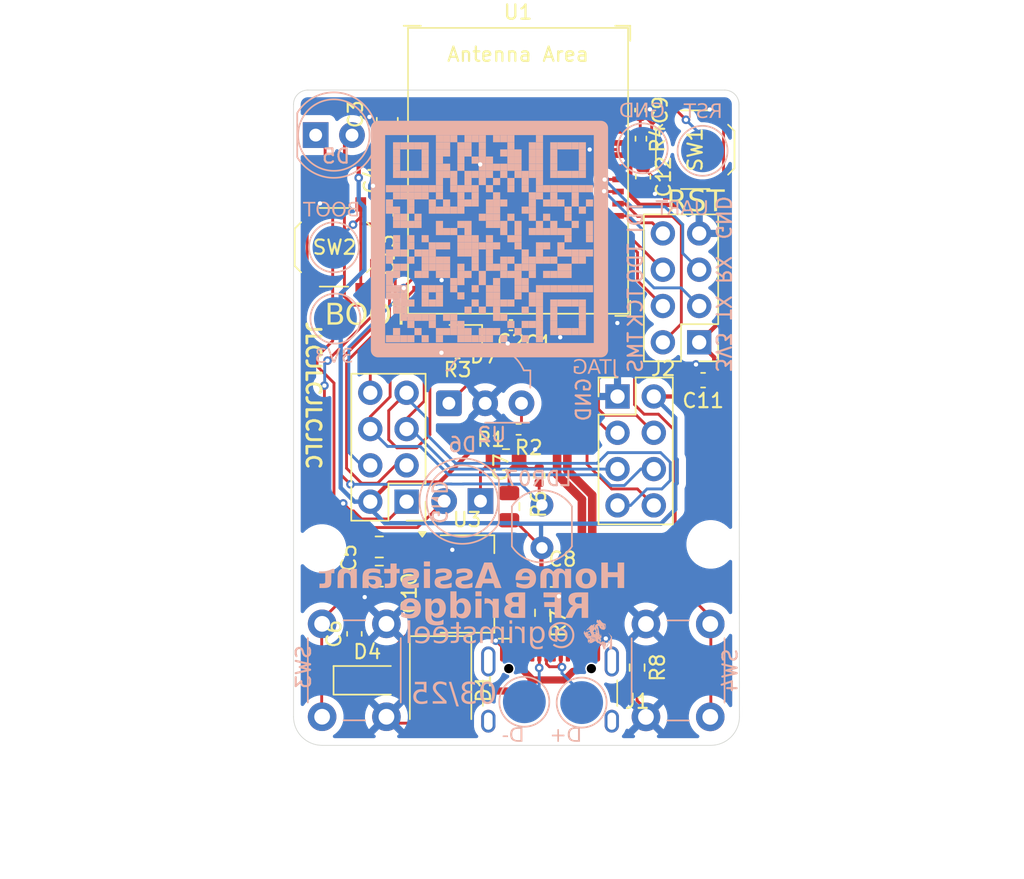
<source format=kicad_pcb>
(kicad_pcb (version 20241229) (generator "pcbnew") (generator_version "9.0")
  (layers (0 "F.Cu" signal) (2 "B.Cu" signal) (13 "F.Paste" user) (15 "B.Paste" user) (5 "F.SilkS" user "F.Silkscreen") (7 "B.SilkS" user "B.Silkscreen") (1 "F.Mask" user) (3 "B.Mask" user) (25 "Edge.Cuts" user))
  (net 0 "")
  (net 1 "D+")
  (net 2 "GND")
  (net 3 "D-")
  (net 4 "+3.3V")
  (net 5 "+5V")
  (net 6 "RST")
  (net 7 "VBUS")
  (net 8 "IR LED")
  (net 9 "Net-(D5-K)")
  (net 10 "Net-(D6-K)")
  (net 11 "LED")
  (net 12 "Net-(D7-K)")
  (net 18 "Net-(J1-CC1)")
  (net 20 "Net-(J1-CC2)")
  (net 21 "TDI")
  (net 22 "TDO")
  (net 23 "TCK")
  (net 24 "TMS")
  (net 25 "Net-(U2-Vs)")
  (net 26 "BOOT")
  (net 27 "BTN1")
  (net 28 "BTN2")
  (net 31 "CC1101_0_0")
  (net 32 "CC1101_0_2")
  (net 33 "IR RECEIVER")
  (net 36 "RX")
  (net 37 "CC1101_1_0")
  (net 39 "CS1")
  (net 40 "MISO")
  (net 41 "CC1101_1_2")
  (net 42 "CS0")
  (net 44 "TX")
  (net 45 "MOSI")
  (net 47 "SCK")
  (net 54 "LDR")
  (net 55 "BUZ")
  (footprint "Resistor_SMD:R_0402_1005Metric" (layer "F.Cu") (at 104.03 44.68 90)
    (property "Reference" "R6")
    (property "Value" "10K")
  )
  (footprint "Package_TO_SOT_SMD:SOT-223-3_TabPin2" (layer "F.Cu") (at 98.98 52.26)
    (property "Reference" "U3")
    (property "Value" "AMS1117-3.3")
  )
  (footprint "Capacitor_SMD:C_0603_1608Metric" (layer "F.Cu") (at 115.5 38 180)
    (property "Reference" "C11")
    (property "Value" "0.1 uF")
  )
  (footprint "Capacitor_SMD:C_0805_2012Metric" (layer "F.Cu") (at 93.4 19.9 90)
    (property "Reference" "C3")
    (property "Value" "10 uF")
  )
  (footprint "Capacitor_SMD:C_0603_1608Metric" (layer "F.Cu") (at 91.1 55.75 90)
    (property "Reference" "C6")
    (property "Value" "0.1 uF")
  )
  (footprint "Button_Switch_SMD:SW_Push_1P1T_XKB_TS-1187A" (layer "F.Cu") (at 89.67 28.7 -90)
    (property "Reference" "SW2")
    (property "Value" "SW_Push")
  )
  (footprint "PCM_Espressif:ESP32-S2-MINI-1" (layer "F.Cu") (at 102.55 25.65)
    (property "Reference" "U1")
    (property "Value" "ESP32-S2-MINI-1")
  )
  (footprint "Capacitor_SMD:C_0805_2012Metric" (layer "F.Cu") (at 101.91 46.85 90)
    (property "Reference" "C7")
    (property "Value" "10 uF")
  )
  (footprint "Button_Switch_SMD:SW_Push_1P1T_XKB_TS-1187A" (layer "F.Cu") (at 114.945 21.87 90)
    (property "Reference" "SW1")
    (property "Value" "SW_Push")
  )
  (footprint "cc1101:CC1101_E07-MM1101D-TH" (layer "F.Cu") (at 116.91 42.94 90)
    (property "Reference" "U4")
    (property "Value" "CC1101_E07-M1101D")
  )
  (footprint "Capacitor_SMD:C_0603_1608Metric" (layer "F.Cu") (at 104.96 51.96)
    (property "Reference" "C8")
    (property "Value" "0.1 uF")
  )
  (footprint "Capacitor_SMD:C_0402_1005Metric" (layer "F.Cu") (at 102.05 34.15 180)
    (property "Reference" "C2")
    (property "Value" "22 pF")
  )
  (footprint "Connector_USB:USB_C_Receptacle_HCTL_HC-TYPE-C-16P-01A" (layer "F.Cu") (at 104.79 60.785)
    (property "Reference" "J1")
    (property "Value" "USB_C_Receptacle_USB2.0_16P")
  )
  (footprint "Diode_SMD:D_SMB" (layer "F.Cu") (at 97.13 59.57 -90)
    (property "Reference" "D1")
    (property "Value" "P6SMB6.8CA/TR13")
  )
  (footprint "Connector_PinHeader_2.54mm:PinHeader_2x04_P2.54mm_Vertical" (layer "F.Cu") (at 115.225 35.35 180)
    (property "Reference" "J2")
    (property "Value" "Conn_02x04_Odd_Even")
  )
  (footprint "Capacitor_SMD:C_0402_1005Metric" (layer "F.Cu") (at 111.1 19.1 90)
    (property "Reference" "C9")
    (property "Value" "1 uF")
  )
  (footprint "Resistor_SMD:R_0402_1005Metric" (layer "F.Cu") (at 98.32 36.1 180)
    (property "Reference" "R3")
    (property "Value" "330")
  )
  (footprint "Capacitor_SMD:C_0805_2012Metric" (layer "F.Cu") (at 92.84 49.67 180)
    (property "Reference" "C5")
    (property "Value" "10 uF")
  )
  (footprint "Capacitor_SMD:C_0603_1608Metric" (layer "F.Cu") (at 111.3 23.76 -90)
    (property "Reference" "C12")
    (property "Value" "0.1 uF")
  )
  (footprint "Capacitor_SMD:C_0805_2012Metric" (layer "F.Cu") (at 92.84 51.71 180)
    (property "Reference" "C10")
    (property "Value" "10 uF")
  )
  (footprint "LED_SMD:LED_0603_1608Metric" (layer "F.Cu") (at 98.55 34.87 180)
    (property "Reference" "D7")
    (property "Value" "LED")
  )
  (footprint "Capacitor_SMD:C_0402_1005Metric" (layer "F.Cu") (at 104 34.15)
    (property "Reference" "C1")
    (property "Value" "22 pF")
  )
  (footprint "Resistor_SMD:R_0402_1005Metric" (layer "F.Cu") (at 111.15 21.1 -90)
    (property "Reference" "R4")
    (property "Value" "10K")
  )
  (footprint "Resistor_SMD:R_0603_1608Metric" (layer "F.Cu") (at 104.26 54.28 90)
    (property "Reference" "R7")
    (property "Value" "5.1K")
  )
  (footprint "Resistor_SMD:R_0402_1005Metric" (layer "F.Cu") (at 102.59 41.44 180)
    (property "Reference" "R2")
    (property "Value" "220")
  )
  (footprint "Resistor_SMD:R_0805_2012Metric" (layer "F.Cu") (at 101.71 43.56)
    (property "Reference" "R1")
    (property "Value" "47")
  )
  (footprint "Capacitor_SMD:C_0603_1608Metric" (layer "F.Cu") (at 93.4 23.2 -90)
    (property "Reference" "C4")
    (property "Value" "0.1 uF")
  )
  (footprint "Capacitor_SMD:C_0603_1608Metric" (layer "F.Cu") (at 93.31 26.37 90)
    (property "Reference" "C13")
    (property "Value" "0.1 uF")
  )
  (footprint "Resistor_SMD:R_0603_1608Metric" (layer "F.Cu") (at 110.88 58.11 -90)
    (property "Reference" "R8")
    (property "Value" "5.1K")
  )
  (footprint "cc1101:CC1101_E07-MM1101D-TH" (layer "F.Cu") (at 87.35 42.7 -90)
    (property "Reference" "U5")
    (property "Value" "CC1101_E07-M1101D")
  )
  (footprint "Diode_SMD:D_SOD-123" (layer "F.Cu") (at 92 59)
    (property "Reference" "D4")
    (property "Value" "1N5819WS")
  )
  (footprint "cc1101:qrcode" (layer "B.Cu") (at 100.55 28.1 180)
    (property "Reference" "QR*****" (hide yes))
    (property "Value" "qrcode" (hide yes))
  )
  (footprint "LED_THT:LED_D5.0mm_IRGrey" (layer "B.Cu") (at 88.39 20.85)
    (property "Reference" "D5")
    (property "Value" "LD271")
  )
  (footprint "TestPoint:TestPoint_Pad_D3.0mm" (layer "B.Cu") (at 115.46 21.95)
    (property "Reference" "TP3" (hide yes))
    (property "Value" "EN")
  )
  (footprint "TestPoint:TestPoint_Pad_D3.0mm" (layer "B.Cu") (at 89.77 33.69)
    (property "Reference" "TP1" (hide yes))
    (property "Value" "3V3")
  )
  (footprint "TestPoint:TestPoint_Pad_D3.0mm" (layer "B.Cu") (at 102.99 60.5 -90)
    (property "Reference" "TP6" (hide yes))
    (property "Value" "D-")
  )
  (footprint "TestPoint:TestPoint_Pad_D3.0mm" (layer "B.Cu") (at 107 60.56 -90)
    (property "Reference" "TP5" (hide yes))
    (property "Value" "D+")
  )
  (footprint "OptoDevice:R_LDR_5.0x4.1mm_P3mm_Vertical" (layer "B.Cu") (at 104.22 49.73 90)
    (property "Reference" "LDR07")
    (property "Value" "~")
  )
  (footprint "TestPoint:TestPoint_Pad_D3.0mm" (layer "B.Cu") (at 111.27 21.78)
    (property "Reference" "TP2" (hide yes))
    (property "Value" "GND")
  )
  (footprint "LED_THT:LED_D5.0mm_IRGrey" (layer "B.Cu") (at 99.92 46.46 180)
    (property "Reference" "D6")
    (property "Value" "LD271")
  )
  (footprint "Button_Switch_THT:SW_PUSH_6mm" (layer "B.Cu") (at 88.84 55.05 -90)
    (property "Reference" "SW3")
    (property "Value" "SW_Push")
  )
  (footprint "MountingHole:MountingHole_3.2mm_M3" (layer "B.Cu") (at 116.03 49.49)
    (property "Reference" "REF**" (hide yes))
    (property "Value" "MountingHole_3.2mm_M3")
  )
  (footprint "TestPoint:TestPoint_Pad_D3.0mm" (layer "B.Cu") (at 89.67 28.7)
    (property "Reference" "TP4" (hide yes))
    (property "Value" "BOOT")
  )
  (footprint "OptoDevice:Vishay_MOLD-3Pin" (layer "B.Cu") (at 97.71 39.615)
    (property "Reference" "U2")
    (property "Value" "TSOP41xx")
  )
  (footprint "LOGO" (layer "B.Cu") (at 108.04 55.72 180)
    (property "Reference" "G***" (hide yes))
    (property "Value" "LOGO" (hide yes))
  )
  (footprint "MountingHole:MountingHole_3.2mm_M3" (layer "B.Cu") (at 88.83 49.78)
    (property "Reference" "REF**" (hide yes))
    (property "Value" "MountingHole_3.2mm_M3")
  )
  (footprint "Button_Switch_THT:SW_PUSH_6mm" (layer "B.Cu") (at 116 61.56 90)
    (property "Reference" "SW4")
    (property "Value" "SW_Push")
  )
  (gr_rect (start 92.75 20.35) (end 108.35 35.9) (stroke (width 1)) (fill no) (layer "B.SilkS"))
  (gr_arc (start 86.84 18.7) (mid 87.132893 17.992893) (end 87.84 17.7) (stroke (width 0.05)) (layer "Edge.Cuts"))
  (gr_line (start 116.04 63.55) (end 88.84 63.55) (stroke (width 0.05)) (layer "Edge.Cuts"))
  (gr_line (start 87.84 17.7) (end 117.01 17.7) (stroke (width 0.05)) (layer "Edge.Cuts"))
  (gr_arc (start 118.04 61.55) (mid 117.454214 62.964214) (end 116.04 63.55) (stroke (width 0.05)) (layer "Edge.Cuts"))
  (gr_arc (start 117.01 17.7) (mid 117.717107 17.992893) (end 118.01 18.7) (stroke (width 0.05)) (layer "Edge.Cuts"))
  (gr_line (start 86.84 18.7) (end 86.84 61.55) (stroke (width 0.05)) (layer "Edge.Cuts"))
  (gr_arc (start 88.84 63.55) (mid 87.425786 62.964214) (end 86.84 61.55) (stroke (width 0.05)) (layer "Edge.Cuts"))
  (gr_line (start 118.01 18.7) (end 118.04 61.55) (stroke (width 0.05)) (layer "Edge.Cuts"))
  (gr_text "RST" (at 112.94 26.43 0) (layer "F.SilkS") (effects (font (size 1.5 1.5) (thickness 0.1875)) (justify left bottom)))
  (gr_text "JLCJLCJLCJLC" (at 87.64 33.79 270) (layer "F.SilkS") (effects (font (size 1 1) (thickness 0.2) (bold yes)) (justify left bottom)))
  (gr_text "BOOT" (at 89.02 34.37 0) (layer "F.SilkS") (effects (font (size 1.5 1.5) (thickness 0.1875)) (justify left bottom)))
  (gr_text "@grimsteel\n" (at 106.63 56.65 0) (layer "B.SilkS") (effects (font (size 1.5 1.5) (thickness 0.1875)) (justify left bottom mirror)))
  (gr_text "BOOT" (at 91.5 26.71 0) (layer "B.SilkS") (effects (font (size 1 1) (thickness 0.153)) (justify left bottom mirror)))
  (gr_text "3V3" (at 116.32 37.52 -90) (layer "B.SilkS") (effects (font (size 1 1) (thickness 0.153)) (justify left bottom mirror)))
  (gr_text "TDI" (at 111.35 25.38 90) (layer "B.SilkS") (effects (font (size 1 1) (thickness 0.153)) (justify left bottom mirror)))
  (gr_text "TX" (at 116.32 33.88 270) (layer "B.SilkS") (effects (font (size 1 1) (thickness 0.153)) (justify left bottom mirror)))
  (gr_text "GND" (at 116.32 28.26 -90) (layer "B.SilkS") (effects (font (size 1 1) (thickness 0.153)) (justify left bottom mirror)))
  (gr_text "TDO" (at 111.35 28.32 90) (layer "B.SilkS") (effects (font (size 1 1) (thickness 0.153)) (justify left bottom mirror)))
  (gr_text "03/25\n" (at 101.08 60.89 0) (layer "B.SilkS") (effects (font (size 1.5 1.5) (thickness 0.1875)) (justify left bottom mirror)))
  (gr_text "TCK" (at 111.35 31.45 90) (layer "B.SilkS") (effects (font (size 1 1) (thickness 0.153)) (justify left bottom mirror)))
  (gr_text "TMS" (at 111.35 34.51 90) (layer "B.SilkS") (effects (font (size 1 1) (thickness 0.153)) (justify left bottom mirror)))
  (gr_text "JTAG" (at 109.51 37.72 0) (layer "B.SilkS") (effects (font (size 1 1) (thickness 0.153)) (justify left bottom mirror)))
  (gr_text "GND" (at 96.44 48.16 -90) (layer "B.SilkS") (effects (font (size 1 1) (thickness 0.153)) (justify left bottom mirror)))
  (gr_text "3V3" (at 91.04 36.94 0) (layer "B.SilkS") (effects (font (size 1 1) (thickness 0.153)) (justify left bottom mirror)))
  (gr_text "RF Bridge" (at 100.94 54.93 0) (layer "B.SilkS") (effects (font (size 1.75 1.75) (thickness 0.4) (bold yes)) (justify bottom mirror)))
  (gr_text "RST" (at 116.86 19.82 0) (layer "B.SilkS") (effects (font (size 1 1) (thickness 0.153)) (justify left bottom mirror)))
  (gr_text "D+    D-" (at 107.02 63.47 0) (layer "B.SilkS") (effects (font (size 1 1) (thickness 0.1875)) (justify left bottom mirror)))
  (gr_text "UART" (at 115.89 26.6 0) (layer "B.SilkS") (effects (font (size 1 1) (thickness 0.153)) (justify left bottom mirror)))
  (gr_text "RX" (at 116.32 31.36 270) (layer "B.SilkS") (effects (font (size 1 1) (thickness 0.153)) (justify left bottom mirror)))
  (gr_text "Home Assistant" (at 99.38 52.84 0) (layer "B.SilkS") (effects (font (size 1.75 1.75) (thickness 0.4) (bold yes)) (justify bottom mirror)))
  (gr_text "GND" (at 112.82 19.77 0) (layer "B.SilkS") (effects (font (size 1 1) (thickness 0.153)) (justify left bottom mirror)))
  (gr_text "GND" (at 107.72 37.73 90) (layer "B.SilkS") (effects (font (size 1 1) (thickness 0.153)) (justify left bottom mirror)))
  (segment (start 103.52 33.684999) (end 103.385 33.549999) (width 0.6) (layer "F.Cu") (net 1))
  (segment (start 107.74 46.040882) (end 106 44.300882) (width 0.6) (layer "F.Cu") (net 1))
  (segment (start 105.315 58.05) (end 105.4575 57.9075) (width 0.2) (layer "F.Cu") (net 1))
  (segment (start 103.4 34.03) (end 103.52 34.15) (width 0.2) (layer "F.Cu") (net 1))
  (segment (start 104.74 58.05) (end 105.315 58.05) (width 0.2) (layer "F.Cu") (net 1))
  (segment (start 105.54 57.825) (end 105.54 57.04) (width 0.2) (layer "F.Cu") (net 1))
  (segment (start 105.54 56.29) (end 105.54 57.04) (width 0.2) (layer "F.Cu") (net 1))
  (segment (start 106.23 55.6) (end 105.54 56.29) (width 0.2) (layer "F.Cu") (net 1))
  (segment (start 104.54 57.85) (end 104.74 58.05) (width 0.2) (layer "F.Cu") (net 1))
  (segment (start 104.54 57.04) (end 104.54 57.85) (width 0.2) (layer "F.Cu") (net 1))
  (segment (start 103.385 33.549999) (end 103.385 32.725) (width 0.6) (layer "F.Cu") (net 1))
  (segment (start 105.624169 58.074169) (end 105.624169 58.079169) (width 0.2) (layer "F.Cu") (net 1))
  (segment (start 103.52 34.15) (end 103.52 33.684999) (width 0.6) (layer "F.Cu") (net 1))
  (segment (start 106.23 55.6) (end 106.23 54.619118) (width 0.6) (layer "F.Cu") (net 1))
  (segment (start 105.4575 57.9075) (end 105.54 57.825) (width 0.2) (layer "F.Cu") (net 1))
  (segment (start 106 37.690882) (end 103.385 35.075882) (width 0.6) (layer "F.Cu") (net 1))
  (segment (start 107.74 53.109118) (end 107.74 46.040882) (width 0.6) (layer "F.Cu") (net 1))
  (segment (start 103.385 34.750001) (end 103.52 34.615001) (width 0.6) (layer "F.Cu") (net 1))
  (segment (start 105.4575 57.9075) (end 105.624169 58.074169) (width 0.2) (layer "F.Cu") (net 1))
  (segment (start 103.52 34.615001) (end 103.52 34.15) (width 0.6) (layer "F.Cu") (net 1))
  (segment (start 106.23 54.619118) (end 107.74 53.109118) (width 0.6) (layer "F.Cu") (net 1))
  (segment (start 103.385 35.075882) (end 103.385 34.750001) (width 0.6) (layer "F.Cu") (net 1))
  (segment (start 106 37.690882) (end 106 44.300882) (width 0.6) (layer "F.Cu") (net 1))
  (via (at 105.624169 58.079169) (size 0.6) (drill 0.3) (layers "F.Cu" "B.Cu") (net 1))
  (segment (start 105.624169 58.514169) (end 107.58 60.47) (width 0.2) (layer "B.Cu") (net 1))
  (segment (start 105.624169 58.079169) (end 105.624169 58.514169) (width 0.2) (layer "B.Cu") (net 1))
  (segment (start 101.92 46.1) (end 101.92 44.2625) (width 0.2) (layer "F.Cu") (net 2))
  (segment (start 102.55 24) (end 102.55 27.3) (width 0.2) (layer "F.Cu") (net 2))
  (segment (start 97.2 31) (end 95.55 32.65) (width 0.2) (layer "F.Cu") (net 2))
  (segment (start 111.75 24.41) (end 111.43 24.41) (width 0.2) (layer "F.Cu") (net 2))
  (segment (start 112.13 24.79) (end 111.75 24.41) (width 0.2) (layer "F.Cu") (net 2))
  (segment (start 109.5 34) (end 109.1 34) (width 0.2) (layer "F.Cu") (net 2))
  (segment (start 91.04 47.15) (end 91.6 47.71) (width 0.2) (layer "F.Cu") (net 2))
  (segment (start 93.31 24.065) (end 93.4 23.975) (width 0.2) (layer "F.Cu") (net 2))
  (segment (start 95.83 49.96) (end 97.86 49.96) (width 0.2) (layer "F.Cu") (net 2))
  (segment (start 91.1 53.9) (end 91.82 53.18) (width 0.2) (layer "F.Cu") (net 2))
  (segment (start 101.92 44.2625) (end 102.6225 43.56) (width 0.2) (layer "F.Cu") (net 2))
  (segment (start 97.21 36.1) (end 97.19 36.08) (width 0.2) (layer "F.Cu") (net 2))
  (segment (start 96.32 62) (end 94.03 62) (width 0.2) (layer "F.Cu") (net 2))
  (segment (start 105.0325 52.7425) (end 105.41 53.12) (width 0.2) (layer "F.Cu") (net 2))
  (segment (start 90.84076 47.15) (end 91.04 47.15) (width 0.2) (layer "F.Cu") (net 2))
  (segment (start 90.31538 46.62462) (end 90.84076 47.15) (width 0.2) (layer "F.Cu") (net 2))
  (segment (start 87.795 25.7) (end 88.62 25.7) (width 0.2) (layer "F.Cu") (net 2))
  (segment (start 107.99 57.04) (end 107.99 56.775) (width 0.2) (layer "F.Cu") (net 2))
  (segment (start 95.25 18.95) (end 95.55 18.65) (width 0.2) (layer "F.Cu") (net 2))
  (segment (start 88.62 25.7) (end 88.69 25.63) (width 0.2) (layer "F.Cu") (net 2))
  (segment (start 111.1 18.62) (end 111.350112 18.62) (width 0.2) (layer "F.Cu") (net 2))
  (segment (start 116.08 18.94) (end 115.96 19.06) (width 0.2) (layer "F.Cu") (net 2))
  (segment (start 101.83 34.89) (end 101.57 34.63) (width 0.2) (layer "F.Cu") (net 2))
  (segment (start 91.89 51.71) (end 91.89 53.11) (width 0.2) (layer "F.Cu") (net 2))
  (segment (start 94.03 62) (end 93.31 61.28) (width 0.2) (layer "F.Cu") (net 2))
  (segment (start 114.725 38) (end 114.725 37.175) (width 0.2) (layer "F.Cu") (net 2))
  (segment (start 109.1 34) (end 108.9 33.8) (width 0.2) (layer "F.Cu") (net 2))
  (segment (start 93.4 18.95) (end 92.78 18.95) (width 0.2) (layer "F.Cu") (net 2))
  (segment (start 108.9 32.65) (end 108.5 32.65) (width 0.2) (layer "F.Cu") (net 2))
  (segment (start 105.5 35) (end 105 35) (width 0.2) (layer "F.Cu") (net 2))
  (segment (start 101.59 56.825) (end 100.99 56.225) (width 0.2) (layer "F.Cu") (net 2))
  (segment (start 109.55 22.25) (end 109.55 21.87) (width 0.2) (layer "F.Cu") (net 2))
  (segment (start 104.9525 52.7425) (end 105.735 51.96) (width 0.2) (layer "F.Cu") (net 2))
  (segment (start 104.9525 52.7425) (end 105.0325 52.7425) (width 0.2) (layer "F.Cu") (net 2))
  (segment (start 87.795 31.7) (end 87.795 25.7) (width 0.2) (layer "F.Cu") (net 2))
  (segment (start 103.3325 42.85) (end 103.75 42.85) (width 0.2) (layer "F.Cu") (net 2))
  (segment (start 101.83 35.43) (end 101.83 34.89) (width 0.2) (layer "F.Cu") (net 2))
  (segment (start 91.89 53.11) (end 91.82 53.18) (width 0.2) (layer "F.Cu") (net 2))
  (segment (start 97.81 36.1) (end 97.21 36.1) (width 0.2) (layer "F.Cu") (net 2))
  (segment (start 111.1 18.62) (end 95.58 18.62) (width 0.2) (layer "F.Cu") (net 2))
  (segment (start 103.2325 44.17) (end 102.6225 43.56) (width 0.2) (layer "F.Cu") (net 2))
  (segment (start 91.1 54.975) (end 91.1 53.9) (width 0.2) (layer "F.Cu") (net 2))
  (segment (start 108.9 33.8) (end 108.9 32.65) (width 0.2) (layer "F.Cu") (net 2))
  (segment (start 104.2 24) (end 104.2 27.3) (width 0.2) (layer "F.Cu") (net 2))
  (segment (start 104.26 53.435) (end 104.9525 52.7425) (width 0.2) (layer "F.Cu") (net 2))
  (segment (start 95.55 20.55) (end 95.55 18.65) (width 0.2) (layer "F.Cu") (net 2))
  (segment (start 114.725 37.175) (end 115 36.9) (width 0.2) (layer "F.Cu") (net 2))
  (segment (start 100.9 23.9) (end 99.9 22.9) (width 0.2) (layer "F.Cu") (net 2))
  (segment (start 91.89 49.67) (end 91.89 51.71) (width 0.2) (layer "F.Cu") (net 2))
  (segment (start 100.9 24) (end 100.9 23.9) (width 0.2) (layer "F.Cu") (net 2))
  (segment (start 91.6 47.71) (end 93.54 47.71) (width 0.2) (layer "F.Cu") (net 2))
  (segment (start 102.6225 43.56) (end 103.3325 42.85) (width 0.2) (layer "F.Cu") (net 2))
  (segment (start 93.31 25.595) (end 93.31 24.065) (width 0.2) (layer "F.Cu") (net 2))
  (segment (start 109.54 21.86) (end 109.55 21.87) (width 0.2) (layer "F.Cu") (net 2))
  (segment (start 116.93 18.94) (end 116.93 24.94) (width 0.2) (layer "F.Cu") (net 2))
  (segment (start 97.86 49.96) (end 97.95 49.87) (width 0.2) (layer "F.Cu") (net 2))
  (segment (start 110.88 60.42) (end 111.54 61.08) (width 0.2) (layer "F.Cu") (net 2))
  (segment (start 93.4 23.975) (end 92.825 23.975) (width 0.2) (layer "F.Cu") (net 2))
  (segment (start 101.59 57.04) (end 101.59 56.825) (width 0.2) (layer "F.Cu") (net 2))
  (segment (start 100.9 25.65) (end 104.2 25.65) (width 0.2) (layer "F.Cu") (net 2))
  (segment (start 93.4 18.95) (end 95.25 18.95) (width 0.2) (layer "F.Cu") (net 2))
  (segment (start 104.03 44.17) (end 103.2325 44.17) (width 0.2) (layer "F.Cu") (net 2))
  (segment (start 92.78 18.95) (end 92.15 19.58) (width 0.2) (layer "F.Cu") (net 2))
  (segment (start 107.99 56.775) (end 108.69 56.075) (width 0.2) (layer "F.Cu") (net 2))
  (segment (start 109.55 21.87) (end 109.55 21.4) (width 0.2) (layer "F.Cu") (net 2))
  (segment (start 95.58 18.62) (end 95.55 18.65) (width 0.2) (layer "F.Cu") (net 2))
  (segment (start 111.350112 18.62) (end 111.775864 19.045752) (width 0.2) (layer "F.Cu") (net 2))
  (segment (start 101.57 34.63) (end 101.57 34.15) (width 0.2) (layer "F.Cu") (net 2))
  (segment (start 92.825 23.975) (end 92.4 24.4) (width 0.2) (layer "F.Cu") (net 2))
  (segment (start 96.97 61.35) (end 96.32 62) (width 0.2) (layer "F.Cu") (net 2))
  (segment (start 109.55 32.65) (end 108.9 32.65) (width 0.2) (layer "F.Cu") (net 2))
  (segment (start 100.9 24) (end 100.9 27.3) (width 0.2) (layer "F.Cu") (net 2))
  (segment (start 104.48 34.48) (end 104.48 34.15) (width 0.2) (layer "F.Cu") (net 2))
  (segment (start 107.56 21.86) (end 109.54 21.86) (width 0.2) (layer "F.Cu") (net 2))
  (segment (start 104.26 53.455) (end 104.26 53.435) (width 0.2) (layer "F.Cu") (net 2))
  (segment (start 93.54 47.71) (end 94.75 46.5) (width 0.2) (layer "F.Cu") (net 2))
  (segment (start 116.93 18.94) (end 116.08 18.94) (width 0.2) (layer "F.Cu") (net 2))
  (segment (start 112.13 24.96) (end 112.13 24.79) (width 0.2) (layer "F.Cu") (net 2))
  (segment (start 110.88 58.935) (end 110.88 60.42) (width 0.2) (layer "F.Cu") (net 2))
  (segment (start 105 35) (end 104.48 34.48) (width 0.2) (layer "F.Cu") (net 2))
  (via (at 105.5 35) (size 0.6) (drill 0.3) (layers "F.Cu" "B.Cu") (net 2))
  (via (at 115 36.9) (size 0.6) (drill 0.3) (layers "F.Cu" "B.Cu") (net 2))
  (via (at 112.13 24.96) (size 0.6) (drill 0.3) (layers "F.Cu" "B.Cu") (net 2))
  (via (at 115.96 19.06) (size 0.6) (drill 0.3) (layers "F.Cu" "B.Cu") (net 2))
  (via (at 111.775864 19.045752) (size 0.6) (drill 0.3) (layers "F.Cu" "B.Cu") (net 2))
  (via (at 109.5 34) (size 0.6) (drill 0.3) (layers "F.Cu" "B.Cu") (net 2))
  (via (at 101.83 35.43) (size 0.6) (drill 0.3) (layers "F.Cu" "B.Cu") (net 2))
  (via (at 92.15 19.58) (size 0.6) (drill 0.3) (layers "F.Cu" "B.Cu") (net 2))
  (via (at 103.75 42.85) (size 0.6) (drill 0.3) (layers "F.Cu" "B.Cu") (net 2))
  (via (at 91.82 53.18) (size 0.6) (drill 0.3) (layers "F.Cu" "B.Cu") (net 2))
  (via (at 107.56 21.86) (size 0.6) (drill 0.3) (layers "F.Cu" "B.Cu") (net 2))
  (via (at 97.95 49.87) (size 0.6) (drill 0.3) (layers "F.Cu" "B.Cu") (net 2))
  (via (at 92.4 24.4) (size 0.6) (drill 0.3) (layers "F.Cu" "B.Cu") (net 2))
  (via (at 90.31538 46.62462) (size 0.6) (drill 0.3) (layers "F.Cu" "B.Cu") (net 2))
  (via (at 100.99 56.225) (size 0.6) (drill 0.3) (layers "F.Cu" "B.Cu") (net 2))
  (via (at 105.41 53.12) (size 0.6) (drill 0.3) (layers "F.Cu" "B.Cu") (net 2))
  (via (at 99.9 22.9) (size 0.6) (drill 0.3) (layers "F.Cu" "B.Cu") (net 2))
  (via (at 97.2 31) (size 0.6) (drill 0.3) (layers "F.Cu" "B.Cu") (net 2))
  (via (at 97.19 36.08) (size 0.6) (drill 0.3) (layers "F.Cu" "B.Cu") (net 2))
  (via (at 88.69 25.63) (size 0.6) (drill 0.3) (layers "F.Cu" "B.Cu") (net 2))
  (via (at 108.69 56.075) (size 0.6) (drill 0.3) (layers "F.Cu" "B.Cu") (net 2))
  (segment (start 105.28 55.89) (end 105.04 56.13) (width 0.2) (layer "F.Cu") (net 3))
  (segment (start 104.04 56.48) (end 104.169 56.351) (width 0.2) (layer "F.Cu") (net 3))
  (segment (start 104.826046 41.297878) (end 104.98 41.297878) (width 0.6) (layer "F.Cu") (net 3))
  (segment (start 104.169 56.340314) (end 104.609314 55.9) (width 0.2) (layer "F.Cu") (net 3))
  (segment (start 105.28 40.997878) (end 105.28 37.989118) (width 0.6) (layer "F.Cu") (net 3))
  (segment (start 107.02 52.810882) (end 107.02 46.339118) (width 0.6) (layer "F.Cu") (net 3))
  (segment (start 105.04 55.9) (end 105.28 55.66) (width 0.2) (layer "F.Cu") (net 3))
  (segment (start 102.53 33.684999) (end 102.665 33.549999) (width 0.6) (layer "F.Cu") (net 3))
  (segment (start 102.53 34.15) (end 102.53 33.684999) (width 0.6) (layer "F.Cu") (net 3))
  (segment (start 105.28 44.599118) (end 105.28 42.317878) (width 0.6) (layer "F.Cu") (net 3))
  (segment (start 105.04 56.13) (end 105.04 55.9) (width 0.2) (layer "F.Cu") (net 3))
  (segment (start 104.04 57.04) (end 104.04 58.12) (width 0.2) (layer "F.Cu") (net 3))
  (segment (start 102.665 34.750001) (end 102.53 34.615001) (width 0.6) (layer "F.Cu") (net 3))
  (segment (start 102.665 33.549999) (end 102.665 32.725) (width 0.6) (layer "F.Cu") (net 3))
  (segment (start 104.04 57.04) (end 104.04 56.48) (width 0.2) (layer "F.Cu") (net 3))
  (segment (start 105.28 37.989118) (end 102.665 35.374118) (width 0.6) (layer "F.Cu") (net 3))
  (segment (start 105.28 55.66) (end 105.28 55.89) (width 0.2) (layer "F.Cu") (net 3))
  (segment (start 105.04 57.04) (end 105.04 56.13) (width 0.2) (layer "F.Cu") (net 3))
  (segment (start 104.98 42.017878) (end 104.826046 42.017878) (width 0.6) (layer "F.Cu") (net 3))
  (segment (start 104.04 58.12) (end 104.03 58.13) (width 0.2) (layer "F.Cu") (net 3))
  (segment (start 107.02 46.339118) (end 105.28 44.599118) (width 0.6) (layer "F.Cu") (net 3))
  (segment (start 104.609314 55.9) (end 105.04 55.9) (width 0.2) (layer "F.Cu") (net 3))
  (segment (start 102.53 34.615001) (end 102.53 34.15) (width 0.6) (layer "F.Cu") (net 3))
  (segment (start 104.169 56.351) (end 104.169 56.340314) (width 0.2) (layer "F.Cu") (net 3))
  (segment (start 102.665 35.374118) (end 102.665 34.750001) (width 0.6) (layer "F.Cu") (net 3))
  (segment (start 104.526046 41.717878) (end 104.526046 41.597878) (width 0.6) (layer "F.Cu") (net 3))
  (segment (start 105.28 54.550882) (end 107.02 52.810882) (width 0.6) (layer "F.Cu") (net 3))
  (segment (start 105.28 55.66) (end 105.28 54.550882) (width 0.6) (layer "F.Cu") (net 3))
  (via (at 104.03 58.13) (size 0.6) (drill 0.3) (layers "F.Cu" "B.Cu") (net 3))
  (arc (start 104.826046 42.017878) (mid 104.613914 41.93001) (end 104.526046 41.717878) (width 0.6) (layer "F.Cu") (net 3))
  (arc (start 105.28 42.317878) (mid 105.192132 42.105746) (end 104.98 42.017878) (width 0.6) (layer "F.Cu") (net 3))
  (arc (start 104.526046 41.597878) (mid 104.613914 41.385746) (end 104.826046 41.297878) (width 0.6) (layer "F.Cu") (net 3))
  (arc (start 104.98 41.297878) (mid 105.192132 41.21001) (end 105.28 40.997878) (width 0.6) (layer "F.Cu") (net 3))
  (segment (start 104.03 59.79) (end 103.38 60.44) (width 0.2) (layer "B.Cu") (net 3))
  (segment (start 104.03 58.13) (end 104.03 59.79) (width 0.2) (layer "B.Cu") (net 3))
  (segment (start 104.185 49.765) (end 104.22 49.73) (width 0.3) (layer "F.Cu") (net 4))
  (segment (start 116.79 33.785) (end 116.79 27.11) (width 0.3) (layer "F.Cu") (net 4))
  (segment (start 115.41 25.73) (end 111.06 25.73) (width 0.3) (layer "F.Cu") (net 4))
  (segment (start 91.4 23.84) (end 91.4 22.85) (width 0.3) (layer "F.Cu") (net 4))
  (segment (start 110.403607 22.356393) (end 111.15 21.61) (width 0.3) (layer "F.Cu") (net 4))
  (segment (start 93.95 21.4) (end 95.55 21.4) (width 0.3) (layer "F.Cu") (net 4))
  (segment (start 104.185 51.96) (end 104.185 49.765) (width 0.3) (layer "F.Cu") (net 4))
  (segment (start 102.13 52.26) (end 103.885 52.26) (width 0.3) (layer "F.Cu") (net 4))
  (segment (start 93.549 45.161) (end 97.049 45.161) (width 0.3) (layer "F.Cu") (net 4))
  (segment (start 102.49 48) (end 104.22 49.73) (width 0.2) (layer "F.Cu") (net 4))
  (segment (start 116.275 36.4) (end 116.275 38) (width 0.3) (layer "F.Cu") (net 4))
  (segment (start 111.06 25.73) (end 110.403607 25.073607) (width 0.3) (layer "F.Cu") (net 4))
  (segment (start 93.4 20.85) (end 93.95 21.4) (width 0.3) (layer "F.Cu") (net 4))
  (segment (start 116.79 27.11) (end 115.41 25.73) (width 0.3) (layer "F.Cu") (net 4))
  (segment (start 115.225 35.35) (end 116.275 36.4) (width 0.3) (layer "F.Cu") (net 4))
  (segment (start 115.135 39.14) (end 116.275 38) (width 0.3) (layer "F.Cu") (net 4))
  (segment (start 93.4 20.85) (end 93.4 22.425) (width 0.3) (layer "F.Cu") (net 4))
  (segment (start 112.05 39.14) (end 115.135 39.14) (width 0.3) (layer "F.Cu") (net 4))
  (segment (start 97.049 45.161) (end 100.77 41.44) (width 0.3) (layer "F.Cu") (net 4))
  (segment (start 110.403607 25.073607) (end 110.403607 22.356393) (width 0.3) (layer "F.Cu") (net 4))
  (segment (start 100.77 41.44) (end 102.08 41.44) (width 0.3) (layer "F.Cu") (net 4))
  (segment (start 91.4 22.85) (end 93.4 20.85) (width 0.3) (layer "F.Cu") (net 4))
  (segment (start 95.83 52.26) (end 102.13 52.26) (width 0.3) (layer "F.Cu") (net 4))
  (segment (start 92.21 46.5) (end 93.549 45.161) (width 0.3) (layer "F.Cu") (net 4))
  (segment (start 103.885 52.26) (end 104.185 51.96) (width 0.3) (layer "F.Cu") (net 4))
  (segment (start 101.92 48) (end 102.49 48) (width 0.2) (layer "F.Cu") (net 4))
  (segment (start 115.225 35.35) (end 116.79 33.785) (width 0.3) (layer "F.Cu") (net 4))
  (via (at 91.4 23.84) (size 0.6) (drill 0.3) (layers "F.Cu" "B.Cu") (net 4))
  (segment (start 104.16 49.56) (end 104.16 48.04) (width 0.3) (layer "B.Cu") (net 4))
  (segment (start 91.11 46.5) (end 92.21 46.5) (width 0.3) (layer "B.Cu") (net 4))
  (segment (start 112.55 48.04) (end 113.55 47.04) (width 0.3) (layer "B.Cu") (net 4))
  (segment (start 113.55 43.45443) (end 113.55 40.64) (width 0.3) (layer "B.Cu") (net 4))
  (segment (start 92.21 46.99) (end 93.225 48.005) (width 0.3) (layer "B.Cu") (net 4))
  (segment (start 91.8 25.88) (end 91.8 30.29) (width 0.3) (layer "B.Cu") (net 4))
  (segment (start 113.55 40.64) (end 112.05 39.14) (width 0.3) (layer "B.Cu") (net 4))
  (segment (start 91.8 30.29) (end 90.14 31.95) (width 0.3) (layer "B.Cu") (net 4))
  (segment (start 93.225 48.005) (end 102.515 48.005) (width 0.3) (layer "B.Cu") (net 4))
  (segment (start 90.14 45.53) (end 91.11 46.5) (width 0.3) (layer "B.Cu") (net 4))
  (segment (start 102.515 48.005) (end 102.55 48.04) (width 0.3) (layer "B.Cu") (net 4))
  (segment (start 113.55 45.30781) (end 113.652 45.20581) (width 0.3) (layer "B.Cu") (net 4))
  (segment (start 90.14 31.95) (end 90.14 45.53) (width 0.3) (layer "B.Cu") (net 4))
  (segment (start 91.4 23.84) (end 91.4 25.48) (width 0.3) (layer "B.Cu") (net 4))
  (segment (start 91.4 25.48) (end 91.8 25.88) (width 0.3) (layer "B.Cu") (net 4))
  (segment (start 113.652 45.20581) (end 113.652 43.55643) (width 0.3) (layer "B.Cu") (net 4))
  (segment (start 113.652 43.55643) (end 113.55 43.45443) (width 0.3) (layer "B.Cu") (net 4))
  (segment (start 113.55 47.04) (end 113.55 45.30781) (width 0.3) (layer "B.Cu") (net 4))
  (segment (start 104.19 49.59) (end 104.16 49.56) (width 0.3) (layer "B.Cu") (net 4))
  (segment (start 92.21 46.5) (end 92.21 46.99) (width 0.3) (layer "B.Cu") (net 4))
  (segment (start 102.55 48.04) (end 112.55 48.04) (width 0.3) (layer "B.Cu") (net 4))
  (segment (start 93.55 56.98) (end 93.58 57.01) (width 0.5) (layer "F.Cu") (net 5))
  (segment (start 95.83 54.94) (end 95.83 54.56) (width 0.5) (layer "F.Cu") (net 5))
  (segment (start 91.555 56.98) (end 92 56.98) (width 0.5) (layer "F.Cu") (net 5))
  (segment (start 93.76 57.01) (end 95.83 54.94) (width 0.5) (layer "F.Cu") (net 5))
  (segment (start 93.79 51.71) (end 93.79 52.52) (width 0.5) (layer "F.Cu") (net 5))
  (segment (start 92 56.98) (end 93.55 56.98) (width 0.5) (layer "F.Cu") (net 5))
  (segment (start 90.35 58.63) (end 92 56.98) (width 0.5) (layer "F.Cu") (net 5))
  (segment (start 93.79 49.67) (end 93.79 51.71) (width 0.5) (layer "F.Cu") (net 5))
  (segment (start 93.58 57.01) (end 93.76 57.01) (width 0.5) (layer "F.Cu") (net 5))
  (segment (start 90.35 59) (end 90.35 58.63) (width 0.5) (layer "F.Cu") (net 5))
  (segment (start 93.79 52.52) (end 95.83 54.56) (width 0.5) (layer "F.Cu") (net 5))
  (segment (start 91.1 56.525) (end 91.555 56.98) (width 0.5) (layer "F.Cu") (net 5))
  (segment (start 111.1 19.58) (end 111.1 20.54) (width 0.2) (layer "F.Cu") (net 6))
  (segment (start 113.275 18.755) (end 114.3 19.78) (width 0.2) (layer "F.Cu") (net 6))
  (segment (start 111.460169 19.58) (end 111.9 20.019831) (width 0.2) (layer "F.Cu") (net 6))
  (segment (start 110.98 19.7) (end 111.1 19.58) (width 0.2) (layer "F.Cu") (net 6))
  (segment (start 111.3 23.1) (end 113.07 24.87) (width 0.2) (layer "F.Cu") (net 6))
  (segment (start 111.1 19.58) (end 111.460169 19.58) (width 0.2) (layer "F.Cu") (net 6))
  (segment (start 111.3 22.985) (end 111.3 23.1) (width 0.2) (layer "F.Cu") (net 6))
  (segment (start 111.9 20.13) (end 113.275 18.755) (width 0.2) (layer "F.Cu") (net 6))
  (segment (start 111.9 22.385) (end 111.3 22.985) (width 0.2) (layer "F.Cu") (net 6))
  (segment (start 109.55 19.7) (end 110.98 19.7) (width 0.2) (layer "F.Cu") (net 6))
  (segment (start 111.1 20.54) (end 111.15 20.59) (width 0.2) (layer "F.Cu") (net 6))
  (segment (start 111.9 20.13) (end 111.9 22.385) (width 0.2) (layer "F.Cu") (net 6))
  (via (at 114.3 19.78) (size 0.6) (drill 0.3) (layers "F.Cu" "B.Cu") (net 6))
  (segment (start 114.3 19.78) (end 115.055 20.535) (width 0.2) (layer "B.Cu") (net 6))
  (segment (start 115.055 20.535) (end 115.055 21.94) (width 0.2) (layer "B.Cu") (net 6))
  (segment (start 106.991 57.773) (end 106.39 58.374) (width 0.2) (layer "F.Cu") (net 7))
  (segment (start 105.789 58.975) (end 106.39 58.374) (width 0.5) (layer "F.Cu") (net 7))
  (segment (start 102.976008 58.374) (end 103.577008 58.975) (width 0.5) (layer "F.Cu") (net 7))
  (segment (start 95.27 57.42) (end 93.58 59.11) (width 0.5) (layer "F.Cu") (net 7))
  (segment (start 102.802008 59.75) (end 99.67 59.75) (width 0.5) (layer "F.Cu") (net 7))
  (segment (start 99.67 59.75) (end 96.97 57.05) (width 0.5) (layer "F.Cu") (net 7))
  (segment (start 107.19 57.04) (end 106.991 57.239) (width 0.2) (layer "F.Cu") (net 7))
  (segment (start 102.976008 58.374) (end 102.976008 58.186008) (width 0.2) (layer "F.Cu") (net 7))
  (segment (start 106.991 57.239) (end 106.991 57.773) (width 0.2) (layer "F.Cu") (net 7))
  (segment (start 103.577008 58.975) (end 102.802008 59.75) (width 0.5) (layer "F.Cu") (net 7))
  (segment (start 97.13 57.42) (end 95.27 57.42) (width 0.5) (layer "F.Cu") (net 7))
  (segment (start 102.576 57.786) (end 102.576 57.226) (width 0.2) (layer "F.Cu") (net 7))
  (segment (start 103.577008 58.975) (end 105.789 58.975) (width 0.5) (layer "F.Cu") (net 7))
  (segment (start 102.576 57.226) (end 102.39 57.04) (width 0.2) (layer "F.Cu") (net 7))
  (segment (start 102.976008 58.186008) (end 102.576 57.786) (width 0.2) (layer "F.Cu") (net 7))
  (segment (start 90.399 27.368943) (end 90.399 21.381) (width 0.2) (layer "F.Cu") (net 8))
  (segment (start 92.3 32.46) (end 92.3 29.5929) (width 0.2) (layer "F.Cu") (net 8))
  (segment (start 91.01 32.75) (end 92.01 32.75) (width 0.2) (layer "F.Cu") (net 8))
  (segment (start 92.01 32.75) (end 92.3 32.46) (width 0.2) (layer "F.Cu") (net 8))
  (segment (start 94.5361 26.5139) (end 94.5361 26.511) (width 0.2) (layer "F.Cu") (net 8))
  (segment (start 90.4 32.14) (end 91.01 32.75) (width 0.2) (layer "F.Cu") (net 8))
  (segment (start 94.086 26.964) (end 94.5361 26.5139) (width 0.2) (layer "F.Cu") (net 8))
  (segment (start 94.5361 26.511) (end 94.5471 26.5) (width 0.2) (layer "F.Cu") (net 8))
  (segment (start 90.440029 27.409971) (end 90.399 27.368943) (width 0.2) (layer "F.Cu") (net 8))
  (segment (start 94.086 27.8069) (end 94.086 26.964) (width 0.2) (layer "F.Cu") (net 8))
  (segment (start 90.4 32.14) (end 90.4 27.45) (width 0.2) (layer "F.Cu") (net 8))
  (segment (start 94.5471 26.5) (end 95.55 26.5) (width 0.2) (layer "F.Cu") (net 8))
  (segment (start 92.3 29.5929) (end 94.086 27.8069) (width 0.2) (layer "F.Cu") (net 8))
  (segment (start 90.399 21.381) (end 90.93 20.85) (width 0.2) (layer "F.Cu") (net 8))
  (segment (start 90.4 27.45) (end 90.440029 27.409971) (width 0.2) (layer "F.Cu") (net 8))
  (segment (start 89.05 21.51) (end 88.39 20.85) (width 0.2) (layer "F.Cu") (net 9))
  (segment (start 96.1679 47.655) (end 95.5119 48.311) (width 0.2) (layer "F.Cu") (net 9))
  (segment (start 89.05 22.775) (end 89.05 21.51) (width 0.2) (layer "F.Cu") (net 9))
  (segment (start 88.49 37.02) (end 88.49 36.34) (width 0.2) (layer "F.Cu") (net 9))
  (segment (start 88.49 36.34) (end 89.58 35.25) (width 0.2) (layer "F.Cu") (net 9))
  (segment (start 96.185 47.655) (end 96.1679 47.655) (width 0.2) (layer "F.Cu") (net 9))
  (segment (start 89.67 38.2) (end 88.49 37.02) (width 0.2) (layer "F.Cu") (net 9))
  (segment (start 95.5119 48.311) (end 91.071 48.311) (width 0.2) (layer "F.Cu") (net 9))
  (segment (start 91.071 48.311) (end 89.67 46.91) (width 0.2) (layer "F.Cu") (net 9))
  (segment (start 89.58 35.25) (end 89.58 23.305) (width 0.2) (layer "F.Cu") (net 9))
  (segment (start 89.58 23.305) (end 89.05 22.775) (width 0.2) (layer "F.Cu") (net 9))
  (segment (start 97.38 46.46) (end 96.185 47.655) (width 0.2) (layer "F.Cu") (net 9))
  (segment (start 89.67 46.91) (end 89.67 38.2) (width 0.2) (layer "F.Cu") (net 9))
  (segment (start 99.92 44.4375) (end 100.7975 43.56) (width 0.2) (layer "F.Cu") (net 10))
  (segment (start 99.92 46.46) (end 99.92 44.4375) (width 0.2) (layer "F.Cu") (net 10))
  (segment (start 98.3 32.65) (end 98.3 34.3325) (width 0.2) (layer "F.Cu") (net 11))
  (segment (start 98.3 34.3325) (end 97.7625 34.87) (width 0.2) (layer "F.Cu") (net 11))
  (segment (start 99.3375 34.87) (end 99.3375 35.5925) (width 0.2) (layer "F.Cu") (net 12))
  (segment (start 99.3375 35.5925) (end 98.83 36.1) (width 0.2) (layer "F.Cu") (net 12))
  (segment (start 103.54 57.04) (end 103.54 55.825) (width 0.2) (layer "F.Cu") (net 18))
  (segment (start 103.54 55.825) (end 104.26 55.105) (width 0.2) (layer "F.Cu") (net 18))
  (segment (start 106.589 56.991) (end 106.589 56.349032) (width 0.2) (layer "F.Cu") (net 20))
  (segment (start 109.49 55.43) (end 110.88 56.82) (width 0.2) (layer "F.Cu") (net 20))
  (segment (start 107.508032 55.43) (end 109.49 55.43) (width 0.2) (layer "F.Cu") (net 20))
  (segment (start 106.589 56.349032) (end 107.508032 55.43) (width 0.2) (layer "F.Cu") (net 20))
  (segment (start 106.54 57.04) (end 106.589 56.991) (width 0.2) (layer "F.Cu") (net 20))
  (segment (start 110.88 56.82) (end 110.88 57.285) (width 0.2) (layer "F.Cu") (net 20))
  (segment (start 111.9425 26.9875) (end 110.6675 26.9875) (width 0.2) (layer "F.Cu") (net 21))
  (segment (start 109.55 26.5) (end 110.18 26.5) (width 0.2) (layer "F.Cu") (net 21))
  (segment (start 112.685 27.73) (end 111.9425 26.9875) (width 0.2) (layer "F.Cu") (net 21))
  (segment (start 110.18 26.5) (end 110.6675 26.9875) (width 0.2) (layer "F.Cu") (net 21))
  (segment (start 109.55 27.35) (end 109.765 27.35) (width 0.2) (layer "F.Cu") (net 22))
  (segment (start 109.765 27.35) (end 112.685 30.27) (width 0.2) (layer "F.Cu") (net 22))
  (segment (start 112.685 32.81) (end 110.91145 31.03645) (width 0.2) (layer "F.Cu") (net 23))
  (segment (start 110.0479 28.2) (end 109.55 28.2) (width 0.2) (layer "F.Cu") (net 23))
  (segment (start 110.91145 29.06355) (end 110.0479 28.2) (width 0.2) (layer "F.Cu") (net 23))
  (segment (start 110.91145 31.03645) (end 110.91145 29.06355) (width 0.2) (layer "F.Cu") (net 23))
  (segment (start 113.975 27.155) (end 113.36 26.54) (width 0.2) (layer "F.Cu") (net 24))
  (segment (start 113.975 34.06) (end 113.975 27.155) (width 0.2) (layer "F.Cu") (net 24))
  (segment (start 112.685 35.35) (end 113.975 34.06) (width 0.2) (layer "F.Cu") (net 24))
  (segment (start 110.03 25.65) (end 109.55 25.65) (width 0.2) (layer "F.Cu") (net 24))
  (segment (start 113.36 26.54) (end 110.92 26.54) (width 0.2) (layer "F.Cu") (net 24))
  (segment (start 110.92 26.54) (end 110.03 25.65) (width 0.2) (layer "F.Cu") (net 24))
  (segment (start 102.79 41.13) (end 103.1 41.44) (width 0.2) (layer "F.Cu") (net 25))
  (segment (start 102.79 39.615) (end 102.79 41.13) (width 0.2) (layer "F.Cu") (net 25))
  (segment (start 94.37 22.51) (end 94.63 22.25) (width 0.2) (layer "F.Cu") (net 26))
  (segment (start 93.225 27.06) (end 93.31 27.145) (width 0.2) (layer "F.Cu") (net 26))
  (segment (start 91.545 25.7) (end 91.545 26.575) (width 0.2) (layer "F.Cu") (net 26))
  (segment (start 91.545 31.7) (end 91.545 27.06) (width 0.2) (layer "F.Cu") (net 26))
  (segment (start 93.335 27.145) (end 94.37 26.11) (width 0.2) (layer "F.Cu") (net 26))
  (segment (start 91.545 27.06) (end 91.545 25.7) (width 0.2) (layer "F.Cu") (net 26))
  (segment (start 91.545 26.575) (end 91 27.12) (width 0.2) (layer "F.Cu") (net 26))
  (segment (start 94.37 26.11) (end 94.37 22.51) (width 0.2) (layer "F.Cu") (net 26))
  (segment (start 91.545 27.06) (end 93.225 27.06) (width 0.2) (layer "F.Cu") (net 26))
  (segment (start 94.63 22.25) (end 95.55 22.25) (width 0.2) (layer "F.Cu") (net 26))
  (segment (start 93.31 27.145) (end 93.335 27.145) (width 0.2) (layer "F.Cu") (net 26))
  (via (at 91 27.12) (size 0.6) (drill 0.3) (layers "F.Cu" "B.Cu") (net 26))
  (segment (start 91 27.12) (end 89.67 28.45) (width 0.2) (layer "B.Cu") (net 26))
  (segment (start 89.67 28.45) (end 89.67 28.7) (width 0.2) (layer "B.Cu") (net 26))
  (segment (start 90.65 52.94) (end 90.65 51.43) (width 0.2) (layer "F.Cu") (net 27))
  (segment (start 90.99 51.09) (end 90.99 48.84) (width 0.2) (layer "F.Cu") (net 27))
  (segment (start 90.65 51.43) (end 90.99 51.09) (width 0.2) (layer "F.Cu") (net 27))
  (segment (start 95.22 27.35) (end 94.06 28.51) (width 0.2) (layer "F.Cu") (net 27))
  (segment (start 92.701 29.869) (end 92.701 33.149) (width 0.2) (layer "F.Cu") (net 27))
  (segment (start 94.06 28.51) (end 94.13 28.44) (width 0.2) (layer "F.Cu") (net 27))
  (segment (start 89.000735 46.850735) (end 89.000735 38.379265) (width 0.2) (layer "F.Cu") (net 27))
  (segment (start 90.99 48.84) (end 89.000735 46.850735) (width 0.2) (layer "F.Cu") (net 27))
  (segment (start 94.13 28.44) (end 92.701 29.869) (width 0.2) (layer "F.Cu") (net 27))
  (segment (start 88.81 54.78) (end 90.65 52.94) (width 0.2) (layer "F.Cu") (net 27))
  (segment (start 88.81 61.28) (end 88.81 54.78) (width 0.2) (layer "F.Cu") (net 27))
  (segment (start 95.55 27.35) (end 95.22 27.35) (width 0.2) (layer "F.Cu") (net 27))
  (segment (start 92.701 33.149) (end 89.22 36.63) (width 0.2) (layer "F.Cu") (net 27))
  (via (at 89.000735 38.379265) (size 0.6) (drill 0.3) (layers "F.Cu" "B.Cu") (net 27))
  (via (at 89.22 36.63) (size 0.6) (drill 0.3) (layers "F.Cu" "B.Cu") (net 27))
  (segment (start 89.22 36.63) (end 89.02 36.83) (width 0.2) (layer "B.Cu") (net 27))
  (segment (start 89.02 36.83) (end 89.02 38.36) (width 0.2) (layer "B.Cu") (net 27))
  (segment (start 89.02 38.36) (end 89.000735 38.379265) (width 0.2) (layer "B.Cu") (net 27))
  (segment (start 110.08 31.6) (end 109.55 31.6) (width 0.2) (layer "F.Cu") (net 28))
  (segment (start 116.04 61.08) (end 116.04 54.58) (width 0.2) (layer "F.Cu") (net 28))
  (segment (start 110.7 39.71) (end 110.7 32.22) (width 0.2) (layer "F.Cu") (net 28))
  (segment (start 110.7 32.22) (end 110.08 31.6) (width 0.2) (layer "F.Cu") (net 28))
  (segment (start 113.54888 41.55112) (end 112.37776 40.38) (width 0.2) (layer "F.Cu") (net 28))
  (segment (start 112.37776 40.38) (end 111.37 40.38) (width 0.2) (layer "F.Cu") (net 28))
  (segment (start 113.54888 52.08888) (end 113.54888 41.55112) (width 0.2) (layer "F.Cu") (net 28))
  (segment (start 111.37 40.38) (end 110.7 39.71) (width 0.2) (layer "F.Cu") (net 28))
  (segment (start 116.04 54.58) (end 113.54888 52.08888) (width 0.2) (layer "F.Cu") (net 28))
  (segment (start 108.1 40.82) (end 108.225 40.945) (width 0.2) (layer "F.Cu") (net 31))
  (segment (start 107.779 40.499) (end 107.779 34.2561) (width 0.2) (layer "F.Cu") (net 31))
  (segment (start 108.96 41.68) (end 108.1 40.82) (width 0.2) (layer "F.Cu") (net 31))
  (segment (start 106.8 33.2771) (end 106.8 32.65) (width 0.2) (layer "F.Cu") (net 31))
  (segment (start 107.779 34.2561) (end 106.8 33.2771) (width 0.2) (layer "F.Cu") (net 31))
  (segment (start 109.51 41.68) (end 108.96 41.68) (width 0.2) (layer "F.Cu") (net 31))
  (segment (start 108.225 40.945) (end 107.779 40.499) (width 0.2) (layer "F.Cu") (net 31))
  (segment (start 110.899 45.609) (end 112.05 46.76) (width 0.2) (layer "F.Cu") (net 32))
  (segment (start 107.378 43.888) (end 109.099 45.609) (width 0.2) (layer "F.Cu") (net 32))
  (segment (start 104.25 32.86) (end 107.378 35.988) (width 0.2) (layer "F.Cu") (net 32))
  (segment (start 107.378 35.988) (end 107.378 43.888) (width 0.2) (layer "F.Cu") (net 32))
  (segment (start 109.099 45.609) (end 110.899 45.609) (width 0.2) (layer "F.Cu") (net 32))
  (segment (start 104.25 32.65) (end 104.25 32.86) (width 0.2) (layer "F.Cu") (net 32))
  (segment (start 100.85 36.475) (end 97.71 39.615) (width 0.2) (layer "F.Cu") (net 33))
  (segment (start 100.85 32.65) (end 100.85 36.475) (width 0.2) (layer "F.Cu") (net 33))
  (segment (start 108.62 23.95) (end 108.61 23.96) (width 0.2) (layer "F.Cu") (net 36))
  (segment (start 109.55 23.95) (end 108.62 23.95) (width 0.2) (layer "F.Cu") (net 36))
  (via (at 108.61 23.96) (size 0.6) (drill 0.3) (layers "F.Cu" "B.Cu") (net 36))
  (segment (start 114.074 27.104) (end 112.84 25.87) (width 0.2) (layer "B.Cu") (net 36))
  (segment (start 112.84 25.87) (end 110.52 25.87) (width 0.2) (layer "B.Cu") (net 36))
  (segment (start 110.52 25.87) (end 108.61 23.96) (width 0.2) (layer "B.Cu") (net 36))
  (segment (start 114.074 29.119) (end 114.074 27.104) (width 0.2) (layer "B.Cu") (net 36))
  (segment (start 115.225 30.27) (end 114.074 29.119) (width 0.2) (layer "B.Cu") (net 36))
  (segment (start 93.97 43.96) (end 94.75 43.96) (width 0.2) (layer "F.Cu") (net 37))
  (segment (start 90.55 44.16) (end 91.6 45.21) (width 0.2) (layer "F.Cu") (net 37))
  (segment (start 93.555 30.245) (end 93.555 33.705) (width 0.2) (layer "F.Cu") (net 37))
  (segment (start 95.55 29.05) (end 94.75 29.05) (width 0.2) (layer "F.Cu") (net 37))
  (segment (start 92.72 45.21) (end 93.97 43.96) (width 0.2) (layer "F.Cu") (net 37))
  (segment (start 90.55 36.71) (end 90.55 44.16) (width 0.2) (layer "F.Cu") (net 37))
  (segment (start 91.6 45.21) (end 92.72 45.21) (width 0.2) (layer "F.Cu") (net 37))
  (segment (start 94.75 29.05) (end 93.555 30.245) (width 0.2) (layer "F.Cu") (net 37))
  (segment (start 93.555 33.705) (end 90.55 36.71) (width 0.2) (layer "F.Cu") (net 37))
  (segment (start 94.556 31.514) (end 95.32 30.75) (width 0.2) (layer "F.Cu") (net 39))
  (segment (start 94.556 31.554473) (end 94.556 31.514) (width 0.2) (layer "F.Cu") (net 39))
  (segment (start 95.32 30.75) (end 95.55 30.75) (width 0.2) (layer "F.Cu") (net 39))
  (via (at 94.556 31.554473) (size 0.6) (drill 0.3) (layers "F.Cu" "B.Cu") (net 39))
  (segment (start 91.61 43.96) (end 90.71 43.06) (width 0.2) (layer "B.Cu") (net 39))
  (segment (start 94.205 32.195) (end 94.205 31.905473) (width 0.2) (layer "B.Cu") (net 39))
  (segment (start 94.205 31.905473) (end 94.556 31.554473) (width 0.2) (layer "B.Cu") (net 39))
  (segment (start 90.71 35.69) (end 94.205 32.195) (width 0.2) (layer "B.Cu") (net 39))
  (segment (start 90.71 43.06) (end 90.71 35.69) (width 0.2) (layer "B.Cu") (net 39))
  (segment (start 92.21 43.96) (end 91.61 43.96) (width 0.2) (layer "B.Cu") (net 39))
  (segment (start 95.46 42.73) (end 96.381 41.809) (width 0.2) (layer "F.Cu") (net 40))
  (segment (start 97.45 33.367043) (end 97.45 32.65) (width 0.2) (layer "F.Cu") (net 40))
  (segment (start 96.663521 34.153522) (end 96.663522 34.153522) (width 0.2) (layer "F.Cu") (net 40))
  (segment (start 96.381 34.436043) (end 96.663521 34.153522) (width 0.2) (layer "F.Cu") (net 40))
  (segment (start 96.381 41.809) (end 96.381 34.436043) (width 0.2) (layer "F.Cu") (net 40))
  (segment (start 94.07 42.73) (end 95.46 42.73) (width 0.2) (layer "F.Cu") (net 40))
  (segment (start 93.5 40.13) (end 93.5 42.16) (width 0.2) (layer "F.Cu") (net 40))
  (segment (start 94.75 38.88) (end 93.5 40.13) (width 0.2) (layer "F.Cu") (net 40))
  (segment (start 93.5 42.16) (end 94.07 42.73) (width 0.2) (layer "F.Cu") (net 40))
  (segment (start 96.663522 34.153522) (end 97.45 33.367043) (width 0.2) (layer "F.Cu") (net 40))
  (segment (start 109.51 46.76) (end 110.42224 46.76) (width 0.2) (layer "B.Cu") (net 40))
  (segment (start 112.611 45.609) (end 113.201 45.019) (width 0.2) (layer "B.Cu") (net 40))
  (segment (start 112.52676 43.069) (end 108.831 43.069) (width 0.2) (layer "B.Cu") (net 40))
  (segment (start 94.75 39.24) (end 94.75 38.88) (width 0.2) (layer "B.Cu") (net 40))
  (segment (start 96.2 40.69) (end 94.75 39.24) (width 0.2) (layer "B.Cu") (net 40))
  (segment (start 111.57324 45.609) (end 112.611 45.609) (width 0.2) (layer "B.Cu") (net 40))
  (segment (start 98.179 43.819) (end 96.2 41.84) (width 0.2) (layer "B.Cu") (net 40))
  (segment (start 108.081 43.819) (end 98.179 43.819) (width 0.2) (layer "B.Cu") (net 40))
  (segment (start 96.2 41.84) (end 96.2 40.69) (width 0.2) (layer "B.Cu") (net 40))
  (segment (start 108.831 43.069) (end 108.081 43.819) (width 0.2) (layer "B.Cu") (net 40))
  (segment (start 113.201 43.74324) (end 112.52676 43.069) (width 0.2) (layer "B.Cu") (net 40))
  (segment (start 113.201 45.019) (end 113.201 43.74324) (width 0.2) (layer "B.Cu") (net 40))
  (segment (start 110.42224 46.76) (end 111.57324 45.609) (width 0.2) (layer "B.Cu") (net 40))
  (segment (start 93.956 34.254) (end 93.956 30.794) (width 0.2) (layer "F.Cu") (net 41))
  (segment (start 92.21 36) (end 93.956 34.254) (width 0.2) (layer "F.Cu") (net 41))
  (segment (start 93.956 30.794) (end 94.85 29.9) (width 0.2) (layer "F.Cu") (net 41))
  (segment (start 94.85 29.9) (end 95.55 29.9) (width 0.2) (layer "F.Cu") (net 41))
  (segment (start 92.21 38.88) (end 92.21 36) (width 0.2) (layer "F.Cu") (net 41))
  (segment (start 108.18 40.03) (end 108.18 34.09) (width 0.2) (layer "F.Cu") (net 42))
  (segment (start 108.18 34.09) (end 107.65 33.56) (width 0.2) (layer "F.Cu") (net 42))
  (segment (start 107.65 33.56) (end 107.65 32.65) (width 0.2) (layer "F.Cu") (net 42))
  (segment (start 110.82 40.45) (end 108.6 40.45) (width 0.2) (layer "F.Cu") (net 42))
  (segment (start 108.6 40.45) (end 108.18 40.03) (width 0.2) (layer "F.Cu") (net 42))
  (segment (start 112.05 41.68) (end 110.82 40.45) (width 0.2) (layer "F.Cu") (net 42))
  (segment (start 108.60147 24.8) (end 108.575735 24.774265) (width 0.2) (layer "F.Cu") (net 44))
  (segment (start 109.55 24.8) (end 108.60147 24.8) (width 0.2) (layer "F.Cu") (net 44))
  (via (at 108.575735 24.774265) (size 0.6) (drill 0.3) (layers "F.Cu" "B.Cu") (net 44))
  (segment (start 111.33 27.52853) (end 108.575735 24.774265) (width 0.2) (layer "B.Cu") (net 44))
  (segment (start 111.33 30.81) (end 111.33 27.52853) (width 0.2) (layer "B.Cu") (net 44))
  (segment (start 112.06 31.54) (end 111.33 30.81) (width 0.2) (layer "B.Cu") (net 44))
  (segment (start 113.955 31.54) (end 112.06 31.54) (width 0.2) (layer "B.Cu") (net 44))
  (segment (start 115.225 32.81) (end 113.955 31.54) (width 0.2) (layer "B.Cu") (net 44))
  (segment (start 95.55 31.6) (end 95.359 31.6) (width 0.2) (layer "F.Cu") (net 45))
  (segment (start 93.599 36.071) (end 93.599 39.161) (width 0.2) (layer "F.Cu") (net 45))
  (segment (start 95.359 31.6) (end 94.849 32.11) (width 0.2) (layer "F.Cu") (net 45))
  (segment (start 92.21 40.55) (end 92.21 41.42) (width 0.2) (layer "F.Cu") (net 45))
  (segment (start 94.849 32.11) (end 94.849 34.821) (width 0.2) (layer "F.Cu") (net 45))
  (segment (start 93.599 39.161) (end 92.21 40.55) (width 0.2) (layer "F.Cu") (net 45))
  (segment (start 94.849 34.821) (end 93.599 36.071) (width 0.2) (layer "F.Cu") (net 45))
  (segment (start 95.7079 42.635) (end 97.6939 44.621) (width 0.2) (layer "B.Cu") (net 45))
  (segment (start 93.425 42.635) (end 95.7079 42.635) (width 0.2) (layer "B.Cu") (net 45))
  (segment (start 97.6939 44.621) (end 108.28324 44.621) (width 0.2) (layer "B.Cu") (net 45))
  (segment (start 108.28324 44.621) (end 109.03324 45.371) (width 0.2) (layer "B.Cu") (net 45))
  (segment (start 111.13776 44.22) (end 112.05 44.22) (width 0.2) (layer "B.Cu") (net 45))
  (segment (start 109.98676 45.371) (end 111.13776 44.22) (width 0.2) (layer "B.Cu") (net 45))
  (segment (start 109.03324 45.371) (end 109.98676 45.371) (width 0.2) (layer "B.Cu") (net 45))
  (segment (start 92.21 41.42) (end 93.425 42.635) (width 0.2) (layer "B.Cu") (net 45))
  (segment (start 95.98 34.269943) (end 96.6 33.649943) (width 0.2) (layer "F.Cu") (net 47))
  (segment (start 94.75 40.7) (end 95.98 39.47) (width 0.2) (layer "F.Cu") (net 47))
  (segment (start 95.98 39.47) (end 95.98 34.269943) (width 0.2) (layer "F.Cu") (net 47))
  (segment (start 96.6 33.649943) (end 96.6 32.65) (width 0.2) (layer "F.Cu") (net 47))
  (segment (start 94.75 41.42) (end 94.75 40.7) (width 0.2) (layer "F.Cu") (net 47))
  (segment (start 94.75 41.42) (end 95.06 41.42) (width 0.2) (layer "B.Cu") (net 47))
  (segment (start 97.86 44.22) (end 109.51 44.22) (width 0.2) (layer "B.Cu") (net 47))
  (segment (start 95.06 41.42) (end 97.86 44.22) (width 0.2) (layer "B.Cu") (net 47))
  (segment (start 90.149 44.60753) (end 90.825735 45.284265) (width 0.2) (layer "F.Cu") (net 54))
  (segment (start 93.102 33.5909) (end 93.102 30.1309) (width 0.2) (layer "F.Cu") (net 54))
  (segment (start 94.601 28.649) (end 95.05 28.2) (width 0.2) (layer "F.Cu") (net 54))
  (segment (start 90.149 36.5439) (end 90.149 44.60753) (width 0.2) (layer "F.Cu") (net 54))
  (segment (start 90.149 36.5439) (end 93.102 33.5909) (width 0.2) (layer "F.Cu") (net 54))
  (segment (start 95.05 28.2) (end 95.55 28.2) (width 0.2) (layer "F.Cu") (net 54))
  (segment (start 104.03 45.19) (end 104.03 46.43) (width 0.2) (layer "F.Cu") (net 54))
  (segment (start 93.102 30.1309) (end 94.5839 28.649) (width 0.2) (layer "F.Cu") (net 54))
  (segment (start 94.5839 28.649) (end 94.601 28.649) (width 0.2) (layer "F.Cu") (net 54))
  (via (at 90.825735 45.284265) (size 0.6) (drill 0.3) (layers "F.Cu" "B.Cu") (net 54))
  (segment (start 97.877471 45.259) (end 97.888471 45.27) (width 0.2) (layer "B.Cu") (net 54))
  (segment (start 96.857264 45.284265) (end 96.882529 45.259) (width 0.2) (layer "B.Cu") (net 54))
  (segment (start 97.888471 45.27) (end 98.719 45.27) (width 0.2) (layer "B.Cu") (net 54))
  (segment (start 101.121 45.259) (end 101.121 45.27) (width 0.2) (layer "B.Cu") (net 54))
  (segment (start 98.719 45.259) (end 101.121 45.259) (width 0.2) (layer "B.Cu") (net 54))
  (segment (start 98.719 45.27) (end 98.719 45.259) (width 0.2) (layer "B.Cu") (net 54))
  (segment (start 90.825735 45.284265) (end 96.857264 45.284265) (width 0.2) (layer "B.Cu") (net 54))
  (segment (start 101.121 45.27) (end 102.76 45.27) (width 0.2) (layer "B.Cu") (net 54))
  (segment (start 102.76 45.27) (end 104.22 46.73) (width 0.2) (layer "B.Cu") (net 54))
  (segment (start 96.882529 45.259) (end 97.877471 45.259) (width 0.2) (layer "B.Cu") (net 54))
  (zone (net 2) (net_name "GND") (layer "B.Cu") (connect_pads (clearance 0.5)) (min_thickness 0.25) (fill yes (thermal_gap 0.5) (thermal_bridge_width 0.5))
    (polygon (pts (xy 74.1 41.9) (xy 74.3 68.4) (xy 77.9 72) (xy 130.6 72.9) (xy 130.5 11.5) (xy 75 11.8)))
  )
)
</source>
